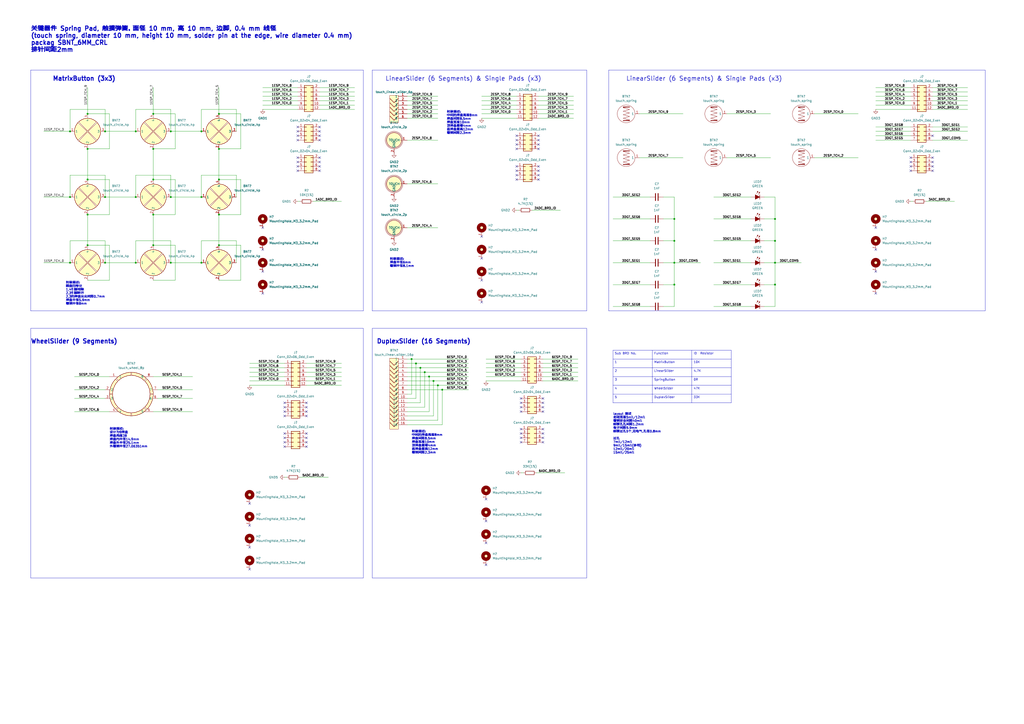
<source format=kicad_sch>
(kicad_sch (version 20250114) (generator "eeschema") (generator_version "9.0")
  (paper "A2")
  (rectangle (start 353.06 40.64) (end 571.5 180.34))
  (rectangle (start 215.9 40.64) (end 340.36 180.34))
  (rectangle (start 17.78 190.5) (end 210.82 335.28))
  (rectangle (start 17.78 40.64) (end 210.82 180.34))
  (rectangle (start 215.9 190.5) (end 340.36 335.28))
  (text "封装描述:\n设计为9焊盘\n焊盘角度38\n焊盘内半径14.9mm\n焊盘外半径25.1mm\n外覆铜半径27.06351mm" (exclude_from_sim yes) (at 63.5 254 0) (effects (font (size 1.27 1.27) (thickness 0.254) (bold yes)) (justify left)))
  (text "layout 描述\n走线宽度5mil/12mil\n覆铜安全间距40mil\n邮票孔孔间距1.2mm\n板子间距9.9mm\n邮票过孔5个,无电气,孔径0.8mm\n\n过孔 \n7mil/12mil\n9mil/15mil(多用)\n12mil/20mil\n15mil/25mil" (exclude_from_sim yes) (at 355.6 251.46 0) (effects (font (size 1.27 1.27) (thickness 0.254) (bold yes)) (justify left)))
  (text "DuplexSlider (16 Segments) " (exclude_from_sim yes) (at 218.44 198.12 0) (effects (font (size 2.54 2.54) (thickness 0.508) (bold yes)) (justify left)))
  (text "封装描述:\n中间的焊盘高度8mm\n焊盘间距8.5mm\n焊盘宽度10mm\n顶焊盘最矮4mm\n底焊盘最高12mm\n覆铜间距2.3mm" (exclude_from_sim yes) (at 238.76 256.54 0) (effects (font (size 1.27 1.27) (thickness 0.254) (bold yes)) (justify left)))
  (text "封装描述:\n中间的焊盘高度8mm\n焊盘间距8.5mm\n焊盘宽度10mm\n顶焊盘最矮4mm\n底焊盘最高12mm\n覆铜间距2.3mm" (exclude_from_sim yes) (at 259.08 71.12 0) (effects (font (size 1.27 1.27) (thickness 0.254) (bold yes)) (justify left)))
  (text "WheelSlider (9 Segments)" (exclude_from_sim yes) (at 17.78 198.12 0) (effects (font (size 2.54 2.54) (thickness 0.508) (bold yes)) (justify left)))
  (text "封装描述:\n圆盘四等分\n1,4引脚相联\n2,3引脚断开\n2,3的焊盘尖尖间距0.7mm\n焊盘半径5.9mm\n覆铜半径8mm\n" (exclude_from_sim yes) (at 38.1 170.18 0) (effects (font (size 1.27 1.27) (thickness 0.254) (bold yes)) (justify left)))
  (text "关键器件 Spring Pad, 触摸弹簧，面径 10 mm, 高 10 mm, 边脚, 0.4 mm 线径\n(touch spring, diameter 10 mm, height 10 mm, solder pin at the edge, wire diameter 0.4 mm)\npackag SBNT_6MM_CRL\n排针间距2mm" (exclude_from_sim yes) (at 17.78 22.86 0) (effects (font (size 2.54 2.54) (thickness 0.508) (bold yes)) (justify left)))
  (text "LinearSlider (6 Segments) & Single Pads (x3)" (exclude_from_sim yes) (at 363.22 45.72 0) (effects (font (size 2.54 2.54) (thickness 0.254) (bold yes)) (justify left)))
  (text "封装描述:\n焊盘半径6mm\n覆铜半径8.1mm" (exclude_from_sim yes) (at 226.06 152.4 0) (effects (font (size 1.27 1.27) (thickness 0.254) (bold yes)) (justify left)))
  (text "LinearSlider (6 Segments) & Single Pads (x3)" (exclude_from_sim yes) (at 223.52 45.72 0) (effects (font (size 2.54 2.54) (thickness 0.254) (bold yes)) (justify left)))
  (text "MatrixButton (3x3)" (exclude_from_sim yes) (at 30.48 45.72 0) (effects (font (size 2.54 2.54) (thickness 0.508) (bold yes)) (justify left)))
  (junction (at 251.46 220.98))
  (junction (at 88.9 124.46))
  (junction (at 116.84 114.3))
  (junction (at 243.84 213.36))
  (junction (at 78.74 152.4))
  (junction (at 449.58 165.1))
  (junction (at 241.3 210.82))
  (junction (at 78.74 114.3))
  (junction (at 60.96 152.4))
  (junction (at 254 223.52))
  (junction (at 116.84 76.2))
  (junction (at 116.84 152.4))
  (junction (at 40.64 152.4))
  (junction (at 88.9 86.36))
  (junction (at 127 66.04))
  (junction (at 50.8 124.46))
  (junction (at 449.58 139.7))
  (junction (at 88.9 66.04))
  (junction (at 78.74 76.2))
  (junction (at 248.92 218.44))
  (junction (at 60.96 114.3))
  (junction (at 391.16 165.1))
  (junction (at 50.8 66.04))
  (junction (at 127 104.14))
  (junction (at 50.8 104.14))
  (junction (at 88.9 142.24))
  (junction (at 99.06 76.2))
  (junction (at 391.16 139.7))
  (junction (at 391.16 127))
  (junction (at 246.38 215.9))
  (junction (at 40.64 114.3))
  (junction (at 88.9 104.14))
  (junction (at 127 86.36))
  (junction (at 256.54 226.06))
  (junction (at 99.06 152.4))
  (junction (at 99.06 114.3))
  (junction (at 50.8 86.36))
  (junction (at 60.96 76.2))
  (junction (at 391.16 152.4))
  (junction (at 449.58 152.4))
  (junction (at 238.76 208.28))
  (junction (at 127 124.46))
  (junction (at 40.64 76.2))
  (junction (at 127 142.24))
  (junction (at 449.58 127))
  (junction (at 50.8 142.24))
  (no_connect (at 312.42 99.06))
  (no_connect (at 177.8 256.54))
  (no_connect (at 299.72 99.06))
  (no_connect (at 541.02 91.44))
  (no_connect (at 281.94 327.66))
  (no_connect (at 299.72 81.28))
  (no_connect (at 541.02 99.06))
  (no_connect (at 508 144.78))
  (no_connect (at 314.96 248.92))
  (no_connect (at 299.72 104.14))
  (no_connect (at 541.02 96.52))
  (no_connect (at 185.42 99.06))
  (no_connect (at 279.4 162.56))
  (no_connect (at 172.72 81.28))
  (no_connect (at 152.4 144.78))
  (no_connect (at 312.42 96.52))
  (no_connect (at 172.72 76.2))
  (no_connect (at 299.72 101.6))
  (no_connect (at 302.26 254))
  (no_connect (at 314.96 233.68))
  (no_connect (at 185.42 78.74))
  (no_connect (at 185.42 91.44))
  (no_connect (at 279.4 137.16))
  (no_connect (at 508 132.08))
  (no_connect (at 541.02 78.74))
  (no_connect (at 528.32 93.98))
  (no_connect (at 299.72 83.82))
  (no_connect (at 172.72 99.06))
  (no_connect (at 312.42 101.6))
  (no_connect (at 302.26 233.68))
  (no_connect (at 165.1 254))
  (no_connect (at 165.1 256.54))
  (no_connect (at 279.4 149.86))
  (no_connect (at 528.32 96.52))
  (no_connect (at 312.42 104.14))
  (no_connect (at 177.8 236.22))
  (no_connect (at 165.1 236.22))
  (no_connect (at 508 170.18))
  (no_connect (at 528.32 91.44))
  (no_connect (at 299.72 96.52))
  (no_connect (at 281.94 289.56))
  (no_connect (at 541.02 93.98))
  (no_connect (at 528.32 99.06))
  (no_connect (at 185.42 81.28))
  (no_connect (at 312.42 81.28))
  (no_connect (at 299.72 78.74))
  (no_connect (at 302.26 236.22))
  (no_connect (at 144.78 292.1))
  (no_connect (at 302.26 251.46))
  (no_connect (at 281.94 302.26))
  (no_connect (at 165.1 238.76))
  (no_connect (at 165.1 241.3))
  (no_connect (at 185.42 76.2))
  (no_connect (at 152.4 157.48))
  (no_connect (at 177.8 241.3))
  (no_connect (at 172.72 93.98))
  (no_connect (at 302.26 231.14))
  (no_connect (at 172.72 91.44))
  (no_connect (at 312.42 78.74))
  (no_connect (at 165.1 233.68))
  (no_connect (at 144.78 317.5))
  (no_connect (at 314.96 251.46))
  (no_connect (at 299.72 86.36))
  (no_connect (at 177.8 259.08))
  (no_connect (at 314.96 256.54))
  (no_connect (at 314.96 254))
  (no_connect (at 185.42 73.66))
  (no_connect (at 152.4 170.18))
  (no_connect (at 144.78 330.2))
  (no_connect (at 177.8 251.46))
  (no_connect (at 314.96 236.22))
  (no_connect (at 312.42 86.36))
  (no_connect (at 302.26 238.76))
  (no_connect (at 177.8 238.76))
  (no_connect (at 312.42 83.82))
  (no_connect (at 177.8 233.68))
  (no_connect (at 172.72 78.74))
  (no_connect (at 185.42 96.52))
  (no_connect (at 279.4 175.26))
  (no_connect (at 302.26 256.54))
  (no_connect (at 172.72 73.66))
  (no_connect (at 177.8 254))
  (no_connect (at 165.1 259.08))
  (no_connect (at 314.96 238.76))
  (no_connect (at 152.4 132.08))
  (no_connect (at 281.94 314.96))
  (no_connect (at 185.42 93.98))
  (no_connect (at 144.78 304.8))
  (no_connect (at 172.72 96.52))
  (no_connect (at 314.96 231.14))
  (no_connect (at 165.1 251.46))
  (no_connect (at 508 157.48))
  (no_connect (at 302.26 248.92))
  (wire (pts (xy 63.5 142.24) (xy 63.5 162.56)))
  (wire (pts (xy 99.06 152.4) (xy 116.84 152.4)))
  (wire (pts (xy 281.94 208.28) (xy 302.26 208.28)))
  (wire (pts (xy 127 50.8) (xy 127 66.04)))
  (wire (pts (xy 101.6 162.56) (xy 88.9 162.56)))
  (wire (pts (xy 241.3 210.82) (xy 271.78 210.82)))
  (wire (pts (xy 311.15 274.32) (xy 327.66 274.32)))
  (wire (pts (xy 236.22 236.22) (xy 246.38 236.22)))
  (wire (pts (xy 541.02 58.42) (xy 561.34 58.42)))
  (wire (pts (xy 236.22 228.6) (xy 238.76 228.6)))
  (wire (pts (xy 60.96 139.7) (xy 60.96 152.4)))
  (wire (pts (xy 236.22 220.98) (xy 251.46 220.98)))
  (wire (pts (xy 236.22 213.36) (xy 243.84 213.36)))
  (wire (pts (xy 177.8 220.98) (xy 198.12 220.98)))
  (wire (pts (xy 279.4 66.04) (xy 299.72 66.04)))
  (wire (pts (xy 236.22 215.9) (xy 246.38 215.9)))
  (wire (pts (xy 43.18 226.06) (xy 60.96 226.06)))
  (wire (pts (xy 50.8 142.24) (xy 63.5 142.24)))
  (wire (pts (xy 472.44 91.44) (xy 497.84 91.44)))
  (wire (pts (xy 508 76.2) (xy 528.32 76.2)))
  (wire (pts (xy 63.5 162.56) (xy 50.8 162.56)))
  (wire (pts (xy 78.74 63.5) (xy 99.06 63.5)))
  (wire (pts (xy 101.6 124.46) (xy 88.9 124.46)))
  (wire (pts (xy 414.02 139.7) (xy 435.61 139.7)))
  (wire (pts (xy 25.4 114.3) (xy 40.64 114.3)))
  (wire (pts (xy 314.96 220.98) (xy 335.28 220.98)))
  (wire (pts (xy 50.8 104.14) (xy 63.5 104.14)))
  (wire (pts (xy 312.42 66.04) (xy 332.74 66.04)))
  (wire (pts (xy 279.4 68.58) (xy 299.72 68.58)))
  (wire (pts (xy 152.4 55.88) (xy 172.72 55.88)))
  (wire (pts (xy 254 223.52) (xy 271.78 223.52)))
  (wire (pts (xy 355.6 177.8) (xy 377.19 177.8)))
  (wire (pts (xy 152.4 53.34) (xy 172.72 53.34)))
  (wire (pts (xy 421.64 91.44) (xy 447.04 91.44)))
  (wire (pts (xy 139.7 124.46) (xy 127 124.46)))
  (wire (pts (xy 314.96 215.9) (xy 335.28 215.9)))
  (wire (pts (xy 50.8 66.04) (xy 63.5 66.04)))
  (wire (pts (xy 414.02 127) (xy 435.61 127)))
  (wire (pts (xy 116.84 101.6) (xy 137.16 101.6)))
  (wire (pts (xy 40.64 63.5) (xy 60.96 63.5)))
  (wire (pts (xy 99.06 101.6) (xy 99.06 114.3)))
  (wire (pts (xy 152.4 58.42) (xy 172.72 58.42)))
  (wire (pts (xy 144.78 223.52) (xy 165.1 223.52)))
  (wire (pts (xy 508 60.96) (xy 528.32 60.96)))
  (wire (pts (xy 116.84 152.4) (xy 116.84 139.7)))
  (wire (pts (xy 101.6 66.04) (xy 101.6 86.36)))
  (wire (pts (xy 40.64 152.4) (xy 40.64 139.7)))
  (wire (pts (xy 281.94 210.82) (xy 302.26 210.82)))
  (wire (pts (xy 116.84 76.2) (xy 116.84 63.5)))
  (wire (pts (xy 177.8 215.9) (xy 198.12 215.9)))
  (wire (pts (xy 251.46 220.98) (xy 251.46 241.3)))
  (wire (pts (xy 355.6 152.4) (xy 377.19 152.4)))
  (wire (pts (xy 312.42 55.88) (xy 332.74 55.88)))
  (wire (pts (xy 236.22 68.58) (xy 254 68.58)))
  (wire (pts (xy 421.64 66.04) (xy 447.04 66.04)))
  (wire (pts (xy 50.8 124.46) (xy 50.8 142.24)))
  (wire (pts (xy 40.64 76.2) (xy 40.64 63.5)))
  (wire (pts (xy 314.96 208.28) (xy 335.28 208.28)))
  (wire (pts (xy 314.96 213.36) (xy 335.28 213.36)))
  (wire (pts (xy 238.76 208.28) (xy 236.22 208.28)))
  (wire (pts (xy 236.22 81.28) (xy 254 81.28)))
  (wire (pts (xy 139.7 66.04) (xy 139.7 86.36)))
  (wire (pts (xy 236.22 233.68) (xy 243.84 233.68)))
  (wire (pts (xy 116.84 139.7) (xy 137.16 139.7)))
  (wire (pts (xy 88.9 104.14) (xy 101.6 104.14)))
  (wire (pts (xy 88.9 50.8) (xy 88.9 66.04)))
  (wire (pts (xy 63.5 104.14) (xy 63.5 124.46)))
  (wire (pts (xy 144.78 210.82) (xy 165.1 210.82)))
  (wire (pts (xy 241.3 210.82) (xy 241.3 231.14)))
  (wire (pts (xy 508 53.34) (xy 528.32 53.34)))
  (wire (pts (xy 256.54 226.06) (xy 271.78 226.06)))
  (wire (pts (xy 116.84 63.5) (xy 137.16 63.5)))
  (wire (pts (xy 127 86.36) (xy 127 104.14)))
  (wire (pts (xy 236.22 210.82) (xy 241.3 210.82)))
  (wire (pts (xy 248.92 238.76) (xy 236.22 238.76)))
  (wire (pts (xy 246.38 215.9) (xy 271.78 215.9)))
  (wire (pts (xy 449.58 152.4) (xy 464.82 152.4)))
  (wire (pts (xy 152.4 60.96) (xy 172.72 60.96)))
  (wire (pts (xy 236.22 60.96) (xy 254 60.96)))
  (wire (pts (xy 238.76 228.6) (xy 238.76 208.28)))
  (wire (pts (xy 312.42 60.96) (xy 332.74 60.96)))
  (wire (pts (xy 281.94 213.36) (xy 302.26 213.36)))
  (wire (pts (xy 78.74 114.3) (xy 78.74 101.6)))
  (wire (pts (xy 78.74 76.2) (xy 78.74 63.5)))
  (wire (pts (xy 43.18 231.14) (xy 60.96 231.14)))
  (wire (pts (xy 384.81 165.1) (xy 391.16 165.1)))
  (wire (pts (xy 281.94 215.9) (xy 302.26 215.9)))
  (wire (pts (xy 449.58 114.3) (xy 449.58 127)))
  (wire (pts (xy 25.4 152.4) (xy 40.64 152.4)))
  (wire (pts (xy 281.94 220.98) (xy 302.26 220.98)))
  (wire (pts (xy 541.02 73.66) (xy 561.34 73.66)))
  (wire (pts (xy 443.23 165.1) (xy 449.58 165.1)))
  (wire (pts (xy 236.22 63.5) (xy 254 63.5)))
  (wire (pts (xy 40.64 139.7) (xy 60.96 139.7)))
  (wire (pts (xy 236.22 223.52) (xy 254 223.52)))
  (wire (pts (xy 238.76 208.28) (xy 271.78 208.28)))
  (wire (pts (xy 541.02 60.96) (xy 561.34 60.96)))
  (wire (pts (xy 414.02 152.4) (xy 435.61 152.4)))
  (wire (pts (xy 88.9 124.46) (xy 88.9 142.24)))
  (wire (pts (xy 236.22 106.68) (xy 254 106.68)))
  (wire (pts (xy 236.22 66.04) (xy 254 66.04)))
  (wire (pts (xy 43.18 238.76) (xy 63.5 238.76)))
  (wire (pts (xy 127 104.14) (xy 139.7 104.14)))
  (wire (pts (xy 99.06 63.5) (xy 99.06 76.2)))
  (wire (pts (xy 279.4 55.88) (xy 299.72 55.88)))
  (wire (pts (xy 312.42 68.58) (xy 332.74 68.58)))
  (wire (pts (xy 177.8 218.44) (xy 198.12 218.44)))
  (wire (pts (xy 370.84 66.04) (xy 396.24 66.04)))
  (wire (pts (xy 63.5 124.46) (xy 50.8 124.46)))
  (wire (pts (xy 243.84 213.36) (xy 271.78 213.36)))
  (wire (pts (xy 236.22 55.88) (xy 254 55.88)))
  (wire (pts (xy 137.16 63.5) (xy 137.16 76.2)))
  (wire (pts (xy 391.16 139.7) (xy 391.16 152.4)))
  (wire (pts (xy 384.81 139.7) (xy 391.16 139.7)))
  (wire (pts (xy 391.16 114.3) (xy 391.16 127)))
  (wire (pts (xy 101.6 86.36) (xy 88.9 86.36)))
  (wire (pts (xy 508 55.88) (xy 528.32 55.88)))
  (wire (pts (xy 472.44 66.04) (xy 497.84 66.04)))
  (wire (pts (xy 443.23 152.4) (xy 449.58 152.4)))
  (wire (pts (xy 308.61 121.92) (xy 325.12 121.92)))
  (wire (pts (xy 63.5 86.36) (xy 50.8 86.36)))
  (wire (pts (xy 508 73.66) (xy 528.32 73.66)))
  (wire (pts (xy 165.1 276.86) (xy 166.37 276.86)))
  (wire (pts (xy 60.96 76.2) (xy 78.74 76.2)))
  (wire (pts (xy 254 223.52) (xy 254 243.84)))
  (wire (pts (xy 173.99 276.86) (xy 190.5 276.86)))
  (wire (pts (xy 391.16 152.4) (xy 391.16 165.1)))
  (wire (pts (xy 185.42 60.96) (xy 205.74 60.96)))
  (wire (pts (xy 251.46 220.98) (xy 271.78 220.98)))
  (wire (pts (xy 127 66.04) (xy 139.7 66.04)))
  (wire (pts (xy 91.44 231.14) (xy 111.76 231.14)))
  (wire (pts (xy 414.02 114.3) (xy 435.61 114.3)))
  (wire (pts (xy 88.9 142.24) (xy 101.6 142.24)))
  (wire (pts (xy 449.58 165.1) (xy 449.58 177.8)))
  (wire (pts (xy 355.6 114.3) (xy 377.19 114.3)))
  (wire (pts (xy 60.96 63.5) (xy 60.96 76.2)))
  (wire (pts (xy 152.4 50.8) (xy 172.72 50.8)))
  (wire (pts (xy 40.64 114.3) (xy 40.64 101.6)))
  (wire (pts (xy 60.96 152.4) (xy 78.74 152.4)))
  (wire (pts (xy 139.7 104.14) (xy 139.7 124.46)))
  (wire (pts (xy 243.84 213.36) (xy 243.84 233.68)))
  (wire (pts (xy 185.42 50.8) (xy 205.74 50.8)))
  (wire (pts (xy 391.16 152.4) (xy 406.4 152.4)))
  (wire (pts (xy 236.22 218.44) (xy 248.92 218.44)))
  (wire (pts (xy 177.8 223.52) (xy 198.12 223.52)))
  (wire (pts (xy 144.78 220.98) (xy 165.1 220.98)))
  (wire (pts (xy 172.72 116.84) (xy 173.99 116.84)))
  (wire (pts (xy 60.96 101.6) (xy 60.96 114.3)))
  (wire (pts (xy 246.38 215.9) (xy 246.38 236.22)))
  (wire (pts (xy 279.4 63.5) (xy 299.72 63.5)))
  (wire (pts (xy 241.3 231.14) (xy 236.22 231.14)))
  (wire (pts (xy 116.84 114.3) (xy 116.84 101.6)))
  (wire (pts (xy 177.8 213.36) (xy 198.12 213.36)))
  (wire (pts (xy 91.44 226.06) (xy 111.76 226.06)))
  (wire (pts (xy 40.64 101.6) (xy 60.96 101.6)))
  (wire (pts (xy 508 78.74) (xy 528.32 78.74)))
  (wire (pts (xy 541.02 76.2) (xy 561.34 76.2)))
  (wire (pts (xy 541.02 81.28) (xy 561.34 81.28)))
  (wire (pts (xy 50.8 50.8) (xy 50.8 66.04)))
  (wire (pts (xy 449.58 152.4) (xy 449.58 165.1)))
  (wire (pts (xy 370.84 91.44) (xy 396.24 91.44)))
  (wire (pts (xy 355.6 127) (xy 377.19 127)))
  (wire (pts (xy 541.02 53.34) (xy 561.34 53.34)))
  (wire (pts (xy 384.81 152.4) (xy 391.16 152.4)))
  (wire (pts (xy 152.4 63.5) (xy 172.72 63.5)))
  (wire (pts (xy 101.6 104.14) (xy 101.6 124.46)))
  (wire (pts (xy 50.8 86.36) (xy 50.8 104.14)))
  (wire (pts (xy 541.02 50.8) (xy 561.34 50.8)))
  (wire (pts (xy 256.54 226.06) (xy 256.54 246.38)))
  (wire (pts (xy 281.94 218.44) (xy 302.26 218.44)))
  (wire (pts (xy 60.96 114.3) (xy 78.74 114.3)))
  (wire (pts (xy 443.23 114.3) (xy 449.58 114.3)))
  (wire (pts (xy 185.42 63.5) (xy 205.74 63.5)))
  (wire (pts (xy 508 63.5) (xy 528.32 63.5)))
  (wire (pts (xy 384.81 114.3) (xy 391.16 114.3)))
  (wire (pts (xy 449.58 127) (xy 449.58 139.7)))
  (wire (pts (xy 88.9 238.76) (xy 111.76 238.76)))
  (wire (pts (xy 25.4 76.2) (xy 40.64 76.2)))
  (wire (pts (xy 443.23 177.8) (xy 449.58 177.8)))
  (wire (pts (xy 181.61 116.84) (xy 198.12 116.84)))
  (wire (pts (xy 254 243.84) (xy 236.22 243.84)))
  (wire (pts (xy 384.81 177.8) (xy 391.16 177.8)))
  (wire (pts (xy 236.22 226.06) (xy 256.54 226.06)))
  (wire (pts (xy 137.16 139.7) (xy 137.16 152.4)))
  (wire (pts (xy 537.21 116.84) (xy 553.72 116.84)))
  (wire (pts (xy 43.18 218.44) (xy 63.5 218.44)))
  (wire (pts (xy 279.4 60.96) (xy 299.72 60.96)))
  (wire (pts (xy 139.7 86.36) (xy 127 86.36)))
  (wire (pts (xy 236.22 132.08) (xy 254 132.08)))
  (wire (pts (xy 78.74 139.7) (xy 99.06 139.7)))
  (wire (pts (xy 99.06 114.3) (xy 116.84 114.3)))
  (wire (pts (xy 139.7 162.56) (xy 127 162.56)))
  (wire (pts (xy 302.26 274.32) (xy 303.53 274.32)))
  (wire (pts (xy 508 50.8) (xy 528.32 50.8)))
  (wire (pts (xy 127 142.24) (xy 139.7 142.24)))
  (wire (pts (xy 139.7 142.24) (xy 139.7 162.56)))
  (wire (pts (xy 449.58 139.7) (xy 449.58 152.4)))
  (wire (pts (xy 88.9 218.44) (xy 111.76 218.44)))
  (wire (pts (xy 185.42 53.34) (xy 205.74 53.34)))
  (wire (pts (xy 144.78 215.9) (xy 165.1 215.9)))
  (wire (pts (xy 99.06 76.2) (xy 116.84 76.2)))
  (wire (pts (xy 99.06 139.7) (xy 99.06 152.4)))
  (wire (pts (xy 299.72 121.92) (xy 300.99 121.92)))
  (wire (pts (xy 528.32 116.84) (xy 529.59 116.84)))
  (wire (pts (xy 314.96 218.44) (xy 335.28 218.44)))
  (wire (pts (xy 137.16 101.6) (xy 137.16 114.3)))
  (wire (pts (xy 508 58.42) (xy 528.32 58.42)))
  (wire (pts (xy 248.92 218.44) (xy 248.92 238.76)))
  (wire (pts (xy 312.42 63.5) (xy 332.74 63.5)))
  (wire (pts (xy 541.02 55.88) (xy 561.34 55.88)))
  (wire (pts (xy 144.78 218.44) (xy 165.1 218.44)))
  (wire (pts (xy 414.02 165.1) (xy 435.61 165.1)))
  (wire (pts (xy 279.4 58.42) (xy 299.72 58.42)))
  (wire (pts (xy 248.92 218.44) (xy 271.78 218.44)))
  (wire (pts (xy 384.81 127) (xy 391.16 127)))
  (wire (pts (xy 88.9 86.36) (xy 88.9 104.14)))
  (wire (pts (xy 355.6 139.7) (xy 377.19 139.7)))
  (wire (pts (xy 78.74 101.6) (xy 99.06 101.6)))
  (wire (pts (xy 251.46 241.3) (xy 236.22 241.3)))
  (wire (pts (xy 414.02 177.8) (xy 435.61 177.8)))
  (wire (pts (xy 78.74 152.4) (xy 78.74 139.7)))
  (wire (pts (xy 443.23 139.7) (xy 449.58 139.7)))
  (wire (pts (xy 185.42 58.42) (xy 205.74 58.42)))
  (wire (pts (xy 508 81.28) (xy 528.32 81.28)))
  (wire (pts (xy 355.6 165.1) (xy 377.19 165.1)))
  (wire (pts (xy 391.16 165.1) (xy 391.16 177.8)))
  (wire (pts (xy 256.54 246.38) (xy 236.22 246.38)))
  (wire (pts (xy 314.96 210.82) (xy 335.28 210.82)))
  (wire (pts (xy 63.5 66.04) (xy 63.5 86.36)))
  (wire (pts (xy 144.78 213.36) (xy 165.1 213.36)))
  (wire (pts (xy 177.8 210.82) (xy 198.12 210.82)))
  (wire (pts (xy 312.42 58.42) (xy 332.74 58.42)))
  (wire (pts (xy 185.42 55.88) (xy 205.74 55.88)))
  (wire (pts (xy 391.16 127) (xy 391.16 139.7)))
  (wire (pts (xy 443.23 127) (xy 449.58 127)))
  (wire (pts (xy 236.22 58.42) (xy 254 58.42)))
  (wire (pts (xy 127 124.46) (xy 127 142.24)))
  (wire (pts (xy 101.6 142.24) (xy 101.6 162.56)))
  (wire (pts (xy 541.02 63.5) (xy 561.34 63.5)))
  (wire (pts (xy 88.9 66.04) (xy 101.6 66.04)))
  (table (column_count 3) (border (external yes) (header yes)) (separators (rows yes) (cols yes)) (column_widths 22.86 22.86 22.86) (row_heights 5.08 5.08 5.08 5.08 5.08 5.08) (cells (table_cell "Sub BRD No." (at 355.6 203.2 0) (size 22.86 5.08) (margins 0.9525 0.9525 0.9525 0.9525) (span 1 1)) (table_cell "Function" (at 378.46 203.2 0) (size 22.86 5.08) (margins 0.9525 0.9525 0.9525 0.9525) (span 1 1)) (table_cell "ID  Resistor" (at 401.32 203.2 0) (size 22.86 5.08) (margins 0.9525 0.9525 0.9525 0.9525) (span 1 1)) (table_cell "1" (at 355.6 208.28 0) (size 22.86 5.08) (margins 0.9525 0.9525 0.9525 0.9525) (span 1 1)) (table_cell "MatrixButton" (at 378.46 208.28 0) (size 22.86 5.08) (margins 0.9525 0.9525 0.9525 0.9525) (span 1 1)) (table_cell "10K" (at 401.32 208.28 0) (size 22.86 5.08) (margins 0.9525 0.9525 0.9525 0.9525) (span 1 1)) (table_cell "2" (at 355.6 213.36 0) (size 22.86 5.08) (margins 0.9525 0.9525 0.9525 0.9525) (span 1 1)) (table_cell "LinearSlider" (at 378.46 213.36 0) (size 22.86 5.08) (margins 0.9525 0.9525 0.9525 0.9525) (span 1 1)) (table_cell "4.7K" (at 401.32 213.36 0) (size 22.86 5.08) (margins 0.9525 0.9525 0.9525 0.9525) (span 1 1)) (table_cell "3" (at 355.6 218.44 0) (size 22.86 5.08) (margins 0.9525 0.9525 0.9525 0.9525) (span 1 1)) (table_cell "SpringButton" (at 378.46 218.44 0) (size 22.86 5.08) (margins 0.9525 0.9525 0.9525 0.9525) (span 1 1)) (table_cell "0R" (at 401.32 218.44 0) (size 22.86 5.08) (margins 0.9525 0.9525 0.9525 0.9525) (span 1 1)) (table_cell "4" (at 355.6 223.52 0) (size 22.86 5.08) (margins 0.9525 0.9525 0.9525 0.9525) (span 1 1)) (table_cell "WheelSlider" (at 378.46 223.52 0) (size 22.86 5.08) (margins 0.9525 0.9525 0.9525 0.9525) (span 1 1)) (table_cell "47K" (at 401.32 223.52 0) (size 22.86 5.08) (margins 0.9525 0.9525 0.9525 0.9525) (span 1 1)) (table_cell "5" (at 355.6 228.6 0) (size 22.86 5.08) (margins 0.9525 0.9525 0.9525 0.9525) (span 1 1)) (table_cell "DuplexSlider" (at 378.46 228.6 0) (size 22.86 5.08) (margins 0.9525 0.9525 0.9525 0.9525) (span 1 1)) (table_cell "33K" (at 401.32 228.6 0) (size 22.86 5.08) (margins 0.9525 0.9525 0.9525 0.9525) (span 1 1))))
  (label "3DGT_SEG1" (at 360.68 152.4 0) (effects (font (thickness 0.254) (bold yes))))
  (label "1ADC_BRD_ID" (at 182.88 116.84 0) (effects (font (thickness 0.254) (bold yes))))
  (label "6ADC_BRD_ID" (at 312.42 274.32 0) (effects (font (thickness 0.254) (bold yes))))
  (label "2ESP_TCH_6" (at 284.48 58.42 0) (effects (font (thickness 0.254) (bold yes))))
  (label "1ESP_TCH_7" (at 88.9 60.96 90))
  (label "1ESP_TCH_6" (at 157.48 53.34 0) (effects (font (thickness 0.254) (bold yes))))
  (label "2ESP_TCH_9" (at 317.5 55.88 0) (effects (font (thickness 0.254) (bold yes))))
  (label "2ESP_TCH_3" (at 426.72 66.04 0) (effects (font (thickness 0.254) (bold yes))))
  (label "2ADC_BRD_ID" (at 317.5 68.58 0) (effects (font (thickness 0.254) (bold yes))))
  (label "6ESP_TCH_7" (at 320.04 210.82 0) (effects (font (thickness 0.254) (bold yes))))
  (label "2ESP_TCH_4" (at 238.76 132.08 0) (effects (font (thickness 0.254) (bold yes))))
  (label "2ESP_TCH_2" (at 477.52 91.44 0) (effects (font (thickness 0.254) (bold yes))))
  (label "2ESP_TCH_1" (at 317.5 66.04 0) (effects (font (thickness 0.254) (bold yes))))
  (label "5ESP_TCH_1" (at 93.98 218.44 0) (effects (font (thickness 0.254) (bold yes))))
  (label "5ESP_TCH_5" (at 182.88 215.9 0) (effects (font (thickness 0.254) (bold yes))))
  (label "1ESP_TCH_5" (at 190.5 55.88 0) (effects (font (thickness 0.254) (bold yes))))
  (label "6ESP_TCH_0" (at 287.02 218.44 0) (effects (font (thickness 0.254) (bold yes))))
  (label "1ESP_TCH_3" (at 25.4 76.2 0))
  (label "6ESP_TCH_4" (at 259.08 218.44 0) (effects (font (thickness 0.254) (bold yes))))
  (label "3ESP_TCH_1" (at 543.56 60.96 0) (effects (font (thickness 0.254) (bold yes))))
  (label "2ESP_TCH_6" (at 238.76 106.68 0) (effects (font (thickness 0.254) (bold yes))))
  (label "3DGT_COM5" (at 546.1 81.28 0) (effects (font (thickness 0.254) (bold yes))))
  (label "1ESP_TCH_9" (at 50.8 60.96 90))
  (label "1ESP_TCH_8" (at 157.48 50.8 0) (effects (font (thickness 0.254) (bold yes))))
  (label "5ESP_TCH_3" (at 182.88 218.44 0) (effects (font (thickness 0.254) (bold yes))))
  (label "3DGT_SEG6" (at 513.08 78.74 0) (effects (font (thickness 0.254) (bold yes))))
  (label "6ESP_TCH_9" (at 320.04 208.28 0) (effects (font (thickness 0.254) (bold yes))))
  (label "2ESP_TCH_5" (at 426.72 91.44 0) (effects (font (thickness 0.254) (bold yes))))
  (label "2ESP_TCH_0" (at 284.48 66.04 0) (effects (font (thickness 0.254) (bold yes))))
  (label "6ESP_TCH_8" (at 287.02 208.28 0) (effects (font (thickness 0.254) (bold yes))))
  (label "3DGT_SEG5" (at 360.68 139.7 0) (effects (font (thickness 0.254) (bold yes))))
  (label "3DGT_COM5" (at 393.7 152.4 0) (effects (font (thickness 0.254) (bold yes))))
  (label "2ESP_TCH_4" (at 284.48 60.96 0) (effects (font (thickness 0.254) (bold yes))))
  (label "2ESP_TCH_2" (at 238.9364 66.04 0) (effects (font (thickness 0.254) (bold yes))))
  (label "6ESP_TCH_5" (at 320.04 213.36 0) (effects (font (thickness 0.254) (bold yes))))
  (label "3DGT_SEG5" (at 513.08 81.28 0) (effects (font (thickness 0.254) (bold yes))))
  (label "3DGT_SEG8" (at 360.68 177.8 0) (effects (font (thickness 0.254) (bold yes))))
  (label "2ESP_TCH_7" (at 375.92 91.44 0) (effects (font (thickness 0.254) (bold yes))))
  (label "3DGT_SEG7" (at 513.08 76.2 0) (effects (font (thickness 0.254) (bold yes))))
  (label "5ESP_TCH_6" (at 149.86 213.36 0) (effects (font (thickness 0.254) (bold yes))))
  (label "3DGT_SEG2" (at 360.68 114.3 0) (effects (font (thickness 0.254) (bold yes))))
  (label "1ADC_BRD_ID" (at 190.5 63.5 0) (effects (font (thickness 0.254) (bold yes))))
  (label "5ESP_TCH_4" (at 149.86 215.9 0) (effects (font (thickness 0.254) (bold yes))))
  (label "2ESP_TCH_9" (at 375.92 66.04 0) (effects (font (thickness 0.254) (bold yes))))
  (label "3ESP_TCH_2" (at 513.08 58.42 0) (effects (font (thickness 0.254) (bold yes))))
  (label "6ESP_TCH_3" (at 320.04 215.9 0) (effects (font (thickness 0.254) (bold yes))))
  (label "3DGT_SEG1" (at 546.1 73.66 0) (effects (font (thickness 0.254) (bold yes))))
  (label "6ESP_TCH_6" (at 287.02 210.82 0) (effects (font (thickness 0.254) (bold yes))))
  (label "3ESP_TCH_7" (at 543.56 53.34 0) (effects (font (thickness 0.254) (bold yes))))
  (label "3DGT_SEG6" (at 360.68 127 0) (effects (font (thickness 0.254) (bold yes))))
  (label "3DGT_SEG1" (at 419.1 152.4 0) (effects (font (thickness 0.254) (bold yes))))
  (label "1ESP_TCH_5" (at 127 60.96 90))
  (label "2ESP_TCH_0" (at 238.9364 68.58 0) (effects (font (thickness 0.254) (bold yes))))
  (label "6ESP_TCH_7" (at 259.08 220.98 0) (effects (font (thickness 0.254) (bold yes))))
  (label "5ESP_TCH_8" (at 149.86 210.82 0) (effects (font (thickness 0.254) (bold yes))))
  (label "3DGT_SEG2" (at 419.1 114.3 0) (effects (font (thickness 0.254) (bold yes))))
  (label "3ADC_BRD_ID" (at 538.48 116.84 0) (effects (font (thickness 0.254) (bold yes))))
  (label "1ESP_TCH_0" (at 25.4 152.4 0))
  (label "2ESP_TCH_0" (at 477.52 66.04 0) (effects (font (thickness 0.254) (bold yes))))
  (label "6ESP_TCH_4" (at 287.02 213.36 0) (effects (font (thickness 0.254) (bold yes))))
  (label "2ESP_TCH_8" (at 284.48 55.88 0) (effects (font (thickness 0.254) (bold yes))))
  (label "5ESP_TCH_2" (at 149.86 218.44 0) (effects (font (thickness 0.254) (bold yes))))
  (label "2ESP_TCH_3" (at 238.9364 63.5 0) (effects (font (thickness 0.254) (bold yes))))
  (label "1ESP_TCH_7" (at 190.5 53.34 0) (effects (font (thickness 0.254) (bold yes))))
  (label "2ESP_TCH_7" (at 238.9364 58.42 0) (effects (font (thickness 0.254) (bold yes))))
  (label "1ESP_TCH_9" (at 190.5 50.8 0) (effects (font (thickness 0.254) (bold yes))))
  (label "5ADC_BRD_ID" (at 175.26 276.86 0) (effects (font (thickness 0.254) (bold yes))))
  (label "2ESP_TCH_3" (at 317.5 63.5 0) (effects (font (thickness 0.254) (bold yes))))
  (label "5ESP_TCH_4" (at 45.72 231.14 0) (effects (font (thickness 0.254) (bold yes))))
  (label "3ESP_TCH_3" (at 543.56 58.42 0) (effects (font (thickness 0.254) (bold yes))))
  (label "1ESP_TCH_2" (at 157.48 58.42 0) (effects (font (thickness 0.254) (bold yes))))
  (label "3ESP_TCH_0" (at 513.08 60.96 0) (effects (font (thickness 0.254) (bold yes))))
  (label "3ESP_TCH_5" (at 543.56 55.88 0) (effects (font (thickness 0.254) (bold yes))))
  (label "6ESP_TCH_2" (at 259.08 213.36 0) (effects (font (thickness 0.254) (bold yes))))
  (label "6ESP_TCH_5" (at 259.08 215.9 0) (effects (font (thickness 0.254) (bold yes))))
  (label "1ESP_TCH_3" (at 190.5 58.42 0) (effects (font (thickness 0.254) (bold yes))))
  (label "5ADC_BRD_ID" (at 182.1695 223.52 0) (effects (font (thickness 0.254) (bold yes))))
  (label "1ESP_TCH_2" (at 25.4 114.3 0))
  (label "3DGT_SEG7" (at 360.68 165.1 0) (effects (font (thickness 0.254) (bold yes))))
  (label "5ESP_TCH_9" (at 182.88 210.82 0) (effects (font (thickness 0.254) (bold yes))))
  (label "3ADC_BRD_ID" (at 543.56 63.5 0) (effects (font (thickness 0.254) (bold yes))))
  (label "2ESP_TCH_5" (at 238.9364 60.96 0) (effects (font (thickness 0.254) (bold yes))))
  (label "2ESP_TCH_5" (at 317.5 60.96 0) (effects (font (thickness 0.254) (bold yes))))
  (label "3DGT_SEG6" (at 419.1 127 0) (effects (font (thickness 0.254) (bold yes))))
  (label "5ESP_TCH_5" (at 93.98 226.06 0) (effects (font (thickness 0.254) (bold yes))))
  (label "5ESP_TCH_7" (at 93.98 231.14 0) (effects (font (thickness 0.254) (bold yes))))
  (label "5ESP_TCH_7" (at 182.88 213.36 0) (effects (font (thickness 0.254) (bold yes))))
  (label "5ESP_TCH_6" (at 45.72 238.76 0) (effects (font (thickness 0.254) (bold yes))))
  (label "5ESP_TCH_0" (at 45.72 218.44 0) (effects (font (thickness 0.254) (bold yes))))
  (label "1ESP_TCH_0" (at 157.48 60.96 0) (effects (font (thickness 0.254) (bold yes))))
  (label "3ESP_TCH_9" (at 543.56 50.8 0) (effects (font (thickness 0.254) (bold yes))))
  (label "2ESP_TCH_7" (at 317.5 58.42 0) (effects (font (thickness 0.254) (bold yes))))
  (label "6ESP_TCH_3" (at 259.08 210.82 0) (effects (font (thickness 0.254) (bold yes))))
  (label "3ESP_TCH_8" (at 513.08 50.8 0) (effects (font (thickness 0.254) (bold yes))))
  (label "1ESP_TCH_1" (at 190.5 60.96 0) (effects (font (thickness 0.254) (bold yes))))
  (label "3DGT_SEG8" (at 513.08 73.66 0) (effects (font (thickness 0.254) (bold yes))))
  (label "5ESP_TCH_1" (at 182.88 220.98 0) (effects (font (thickness 0.254) (bold yes))))
  (label "2ESP_TCH_8" (at 238.76 81.28 0) (effects (font (thickness 0.254) (bold yes))))
  (label "6ESP_TCH_2" (at 287.02 215.9 0) (effects (font (thickness 0.254) (bold yes))))
  (label "3DGT_SEG2" (at 546.1 76.2 0) (effects (font (thickness 0.254) (bold yes))))
  (label "5ESP_TCH_9" (at 93.98 238.76 0) (effects (font (thickness 0.254) (bold yes))))
  (label "2ESP_TCH_9" (at 238.9364 55.88 0) (effects (font (thickness 0.254) (bold yes))))
  (label "5ESP_TCH_2" (at 45.72 226.06 0) (effects (font (thickness 0.254) (bold yes))))
  (label "3DGT_SEG7" (at 419.1 165.1 0) (effects (font (thickness 0.254) (bold yes))))
  (label "3ESP_TCH_4" (at 513.08 55.88 0) (effects (font (thickness 0.254) (bold yes))))
  (label "6ESP_TCH_8" (at 259.08 226.06 0) (effects (font (thickness 0.254) (bold yes))))
  (label "6ESP_TCH_9" (at 259.08 223.52 0) (effects (font (thickness 0.254) (bold yes))))
  (label "3DGT_COM5" (at 452.12 152.4 0) (effects (font (thickness 0.254) (bold yes))))
  (label "6ESP_TCH_0" (at 259.08 208.28 0) (effects (font (thickness 0.254) (bold yes))))
  (label "3ESP_TCH_6" (at 513.08 53.34 0) (effects (font (thickness 0.254) (bold yes))))
  (label "5ESP_TCH_0" (at 149.86 220.98 0) (effects (font (thickness 0.254) (bold yes))))
  (label "1ESP_TCH_4" (at 157.48 55.88 0) (effects (font (thickness 0.254) (bold yes))))
  (label "3DGT_SEG8" (at 419.1 177.8 0) (effects (font (thickness 0.254) (bold yes))))
  (label "2ESP_TCH_2" (at 284.48 63.5 0) (effects (font (thickness 0.254) (bold yes))))
  (label "6ESP_TCH_1" (at 320.04 218.44 0) (effects (font (thickness 0.254) (bold yes))))
  (label "2ADC_BRD_ID" (at 309.88 121.92 0) (effects (font (thickness 0.254) (bold yes))))
  (label "3DGT_SEG5" (at 419.1 139.7 0) (effects (font (thickness 0.254) (bold yes))))
  (label "6ADC_BRD_ID" (at 320.04 220.98 0) (effects (font (thickness 0.254) (bold yes))))
  (symbol (lib_id "Library:touch_spring") (at 464.82 66.04 0) (unit 1)
    (property "Reference" "BTN?" (at 464.82 55.88 0))
    (property "Value" "touch_spring" (at 464.82 58.42 0))
  )
  (symbol (lib_id "Connector_Generic:Conn_02x04_Odd_Even") (at 304.8 99.06 0) (unit 1)
    (property "Reference" "J?" (at 306.07 90.17 0))
    (property "Value" "Conn_02x04_Odd_Even" (at 306.07 92.71 0))
    (property "Description" "Generic connector, double row, 02x04, odd/even pin numbering scheme (row 1 odd numbers, row 2 even numbers), script generated (kicad-library-utils/schlib/autogen/connector/)" (effects (hide yes)))
  )
  (symbol (lib_id "PCM_SL_Mechanical:MountingHole_M3_3.2mm_Pad") (at 281.94 322.58 0) (unit 1)
    (property "Reference" "H?" (at 285.75 321.3099 0) (effects (justify left)))
    (property "Value" "MountingHole_M3_3.2mm_Pad" (at 285.75 323.8499 0) (effects (justify left)))
    (property "Footprint" "PCM_SL_Mechanical:MountingHole_3.2mm_Pad" (effects (hide yes)))
    (property "Description" "3.2mm Diameter Mounting Hole Pad (M3)" (effects (hide yes)))
  )
  (symbol (lib_id "PCM_SL_Mechanical:MountingHole_M3_3.2mm_Pad") (at 281.94 297.18 0) (unit 1)
    (property "Reference" "H?" (at 285.75 295.9099 0) (effects (justify left)))
    (property "Value" "MountingHole_M3_3.2mm_Pad" (at 285.75 298.4499 0) (effects (justify left)))
    (property "Footprint" "PCM_SL_Mechanical:MountingHole_3.2mm_Pad" (effects (hide yes)))
    (property "Description" "3.2mm Diameter Mounting Hole Pad (M3)" (effects (hide yes)))
  )
  (symbol (lib_id "Connector_Generic:Conn_02x06_Odd_Even") (at 533.4 55.88 0) (unit 1)
    (property "Reference" "J?" (at 534.67 44.45 0))
    (property "Value" "Conn_02x06_Odd_Even" (at 534.67 46.99 0))
    (property "Description" "Generic connector, double row, 02x06, odd/even pin numbering scheme (row 1 odd numbers, row 2 even numbers), script generated (kicad-library-utils/schlib/autogen/connector/)" (effects (hide yes)))
  )
  (symbol (lib_id "PCM_LED_AKL:LED_1206") (at 439.42 114.3 0) (unit 1)
    (property "Reference" "LED?" (at 439.42 105.41 0))
    (property "Value" "GREEN" (at 439.42 107.95 0))
    (property "Footprint" "PCM_LED_SMD_AKL:LED_1206_3216Metric" (effects (hide yes)))
    (property "Description" "SMD LED, 1206, Alternate KiCad Library" (effects (hide yes)))
  )
  (symbol (lib_id "PCM_SL_Mechanical:MountingHole_M3_3.2mm_Pad") (at 281.94 284.48 0) (unit 1)
    (property "Reference" "H?" (at 285.75 283.2099 0) (effects (justify left)))
    (property "Value" "MountingHole_M3_3.2mm_Pad" (at 285.75 285.7499 0) (effects (justify left)))
    (property "Footprint" "PCM_SL_Mechanical:MountingHole_3.2mm_Pad" (effects (hide yes)))
    (property "Description" "3.2mm Diameter Mounting Hole Pad (M3)" (effects (hide yes)))
  )
  (symbol (lib_id "Library:touch_circle_2p") (at 228.6 81.28 270) (unit 1)
    (property "Reference" "BTN?" (at 228.6 71.12 90))
    (property "Value" "touch_circle_2p" (at 228.6 73.66 90))
  )
  (symbol (lib_id "PCM_SL_Mechanical:MountingHole_M3_3.2mm_Pad") (at 281.94 309.88 0) (unit 1)
    (property "Reference" "H?" (at 285.75 308.6099 0) (effects (justify left)))
    (property "Value" "MountingHole_M3_3.2mm_Pad" (at 285.75 311.1499 0) (effects (justify left)))
    (property "Footprint" "PCM_SL_Mechanical:MountingHole_3.2mm_Pad" (effects (hide yes)))
    (property "Description" "3.2mm Diameter Mounting Hole Pad (M3)" (effects (hide yes)))
  )
  (symbol (lib_id "Library:touch_spring") (at 414.02 66.04 0) (unit 1)
    (property "Reference" "BTN?" (at 414.02 55.88 0))
    (property "Value" "touch_spring" (at 414.02 58.42 0))
  )
  (symbol (lib_id "Library:touch_spring") (at 363.22 91.44 0) (unit 1)
    (property "Reference" "BTN?" (at 363.22 81.28 0))
    (property "Value" "touch_spring" (at 363.22 83.82 0))
  )
  (symbol (lib_id "power:GND") (at 228.6 114.3 0) (unit 1)
    (property "Reference" "#PWR?" (effects (hide yes)))
    (property "Value" "GND2" (at 228.6 119.38 0))
    (property "Description" "Power symbol creates a global label with name \"GND\" , ground" (effects (hide yes)))
  )
  (symbol (lib_id "PCM_SL_Mechanical:MountingHole_M3_3.2mm_Pad") (at 152.4 152.4 0) (unit 1)
    (property "Reference" "H?" (at 156.21 151.1299 0) (effects (justify left)))
    (property "Value" "MountingHole_M3_3.2mm_Pad" (at 156.21 153.6699 0) (effects (justify left)))
    (property "Footprint" "PCM_SL_Mechanical:MountingHole_3.2mm_Pad" (effects (hide yes)))
    (property "Description" "3.2mm Diameter Mounting Hole Pad (M3)" (effects (hide yes)))
  )
  (symbol (lib_id "PCM_Resistor_AKL:R_1206") (at 177.8 116.84 90) (unit 1)
    (property "Reference" "R?" (at 177.8 110.49 90))
    (property "Value" "10K(1%)" (at 177.8 113.03 90))
    (property "Footprint" "PCM_Resistor_SMD_AKL:R_1206_3216Metric" (effects (hide yes)))
    (property "Description" "SMD 1206 Chip Resistor, European Symbol, Alternate KiCad Library" (effects (hide yes)))
  )
  (symbol (lib_id "PCM_LED_AKL:LED_1206") (at 439.42 139.7 0) (unit 1)
    (property "Reference" "LED?" (at 439.42 130.81 0))
    (property "Value" "GREEN" (at 439.42 133.35 0))
    (property "Footprint" "PCM_LED_SMD_AKL:LED_1206_3216Metric" (effects (hide yes)))
    (property "Description" "SMD LED, 1206, Alternate KiCad Library" (effects (hide yes)))
  )
  (symbol (lib_id "PCM_SL_Mechanical:MountingHole_M3_3.2mm_Pad") (at 279.4 144.78 0) (unit 1)
    (property "Reference" "H?" (at 283.21 143.5099 0) (effects (justify left)))
    (property "Value" "MountingHole_M3_3.2mm_Pad" (at 283.21 146.0499 0) (effects (justify left)))
    (property "Footprint" "PCM_SL_Mechanical:MountingHole_3.2mm_Pad" (effects (hide yes)))
    (property "Description" "3.2mm Diameter Mounting Hole Pad (M3)" (effects (hide yes)))
  )
  (symbol (lib_id "Connector_Generic:Conn_02x04_Odd_Even") (at 170.18 254 0) (unit 1)
    (property "Reference" "J?" (at 171.45 245.11 0))
    (property "Value" "Conn_02x04_Odd_Even" (at 171.45 247.65 0))
    (property "Description" "Generic connector, double row, 02x04, odd/even pin numbering scheme (row 1 odd numbers, row 2 even numbers), script generated (kicad-library-utils/schlib/autogen/connector/)" (effects (hide yes)))
  )
  (symbol (lib_id "power:GND") (at 172.72 116.84 270) (unit 1)
    (property "Reference" "#PWR?" (effects (hide yes)))
    (property "Value" "GND1" (at 168.91 116.8399 90) (effects (justify right)))
    (property "Description" "Power symbol creates a global label with name \"GND\" , ground" (effects (hide yes)))
  )
  (symbol (lib_id "PCM_Capacitor_AKL:C_1206") (at 381 152.4 90) (unit 1)
    (property "Reference" "C?" (at 381 144.78 90))
    (property "Value" "1nF" (at 381 147.32 90))
    (property "Footprint" "PCM_Capacitor_SMD_AKL:C_1206_3216Metric" (effects (hide yes)))
    (property "Description" "SMD 1206 MLCC capacitor, Alternate KiCad Library" (effects (hide yes)))
  )
  (symbol (lib_id "PCM_SL_Mechanical:MountingHole_M3_3.2mm_Pad") (at 279.4 132.08 0) (unit 1)
    (property "Reference" "H?" (at 283.21 130.8099 0) (effects (justify left)))
    (property "Value" "MountingHole_M3_3.2mm_Pad" (at 283.21 133.3499 0) (effects (justify left)))
    (property "Footprint" "PCM_SL_Mechanical:MountingHole_3.2mm_Pad" (effects (hide yes)))
    (property "Description" "3.2mm Diameter Mounting Hole Pad (M3)" (effects (hide yes)))
  )
  (symbol (lib_id "power:GND") (at 528.32 116.84 270) (unit 1)
    (property "Reference" "#PWR?" (effects (hide yes)))
    (property "Value" "GND3" (at 524.51 116.8399 90) (effects (justify right)))
    (property "Description" "Power symbol creates a global label with name \"GND\" , ground" (effects (hide yes)))
  )
  (symbol (lib_id "Connector_Generic:Conn_02x04_Odd_Even") (at 177.8 76.2 0) (unit 1)
    (property "Reference" "J?" (at 179.07 67.31 0))
    (property "Value" "Conn_02x04_Odd_Even" (at 179.07 69.85 0))
    (property "Description" "Generic connector, double row, 02x04, odd/even pin numbering scheme (row 1 odd numbers, row 2 even numbers), script generated (kicad-library-utils/schlib/autogen/connector/)" (effects (hide yes)))
  )
  (symbol (lib_id "PCM_SL_Mechanical:MountingHole_M3_3.2mm_Pad") (at 152.4 165.1 0) (unit 1)
    (property "Reference" "H?" (at 156.21 163.8299 0) (effects (justify left)))
    (property "Value" "MountingHole_M3_3.2mm_Pad" (at 156.21 166.3699 0) (effects (justify left)))
    (property "Footprint" "PCM_SL_Mechanical:MountingHole_3.2mm_Pad" (effects (hide yes)))
    (property "Description" "3.2mm Diameter Mounting Hole Pad (M3)" (effects (hide yes)))
  )
  (symbol (lib_id "PCM_Resistor_AKL:R_1206") (at 304.8 121.92 90) (unit 1)
    (property "Reference" "R?" (at 304.8 115.57 90))
    (property "Value" "4.7K(1%)" (at 304.8 118.11 90))
    (property "Footprint" "PCM_Resistor_SMD_AKL:R_1206_3216Metric" (effects (hide yes)))
    (property "Description" "SMD 1206 Chip Resistor, European Symbol, Alternate KiCad Library" (effects (hide yes)))
  )
  (symbol (lib_id "Library:touch_wheel_8p") (at 76.2 228.6 0) (unit 1)
    (property "Reference" "BTN?" (at 76.2 210.82 0))
    (property "Value" "touch_wheel_8p" (at 76.2 213.36 0))
  )
  (symbol (lib_id "Library:touch_circle_4p") (at 50.8 76.2 0) (unit 1)
    (property "Reference" "BNT?" (at 67.31 69.7798 0))
    (property "Value" "touch_circle_4p" (at 67.31 72.3198 0))
    (property "Description" "铜皮 电容 触摸开关" (effects (hide yes)))
  )
  (symbol (lib_id "Library:touch_circle_2p") (at 228.6 132.08 270) (unit 1)
    (property "Reference" "BTN?" (at 228.6 121.92 90))
    (property "Value" "touch_circle_2p" (at 228.6 124.46 90))
  )
  (symbol (lib_id "Library:touch_circle_4p") (at 88.9 76.2 0) (unit 1)
    (property "Reference" "BNT?" (at 105.41 69.7798 0))
    (property "Value" "touch_circle_4p" (at 105.41 72.3198 0))
    (property "Description" "铜皮 电容 触摸开关" (effects (hide yes)))
  )
  (symbol (lib_id "PCM_Resistor_AKL:R_1206") (at 533.4 116.84 90) (unit 1)
    (property "Reference" "R?" (at 533.4 110.49 90))
    (property "Value" "0R(1%)" (at 533.4 113.03 90))
    (property "Footprint" "PCM_Resistor_SMD_AKL:R_1206_3216Metric" (effects (hide yes)))
    (property "Description" "SMD 1206 Chip Resistor, European Symbol, Alternate KiCad Library" (effects (hide yes)))
  )
  (symbol (lib_id "PCM_Capacitor_AKL:C_1206") (at 381 127 90) (unit 1)
    (property "Reference" "C?" (at 381 119.38 90))
    (property "Value" "1nF" (at 381 121.92 90))
    (property "Footprint" "PCM_Capacitor_SMD_AKL:C_1206_3216Metric" (effects (hide yes)))
    (property "Description" "SMD 1206 MLCC capacitor, Alternate KiCad Library" (effects (hide yes)))
  )
  (symbol (lib_id "power:GND") (at 152.4 63.5 0) (unit 1)
    (property "Reference" "#PWR?" (effects (hide yes)))
    (property "Value" "GND1" (at 152.4 68.58 0))
    (property "Description" "Power symbol creates a global label with name \"GND\" , ground" (effects (hide yes)))
  )
  (symbol (lib_id "power:GND") (at 299.72 121.92 270) (unit 1)
    (property "Reference" "#PWR?" (effects (hide yes)))
    (property "Value" "GND2" (at 295.91 121.9199 90) (effects (justify right)))
    (property "Description" "Power symbol creates a global label with name \"GND\" , ground" (effects (hide yes)))
  )
  (symbol (lib_id "power:GND") (at 165.1 276.86 270) (unit 1)
    (property "Reference" "#PWR?" (effects (hide yes)))
    (property "Value" "GND5" (at 161.29 276.8599 90) (effects (justify right)))
    (property "Description" "Power symbol creates a global label with name \"GND\" , ground" (effects (hide yes)))
  )
  (symbol (lib_id "power:GND") (at 228.6 88.9 0) (unit 1)
    (property "Reference" "#PWR?" (effects (hide yes)))
    (property "Value" "GND2" (at 228.6 93.98 0))
    (property "Description" "Power symbol creates a global label with name \"GND\" , ground" (effects (hide yes)))
  )
  (symbol (lib_id "power:GND") (at 508 63.5 0) (unit 1)
    (property "Reference" "#PWR?" (effects (hide yes)))
    (property "Value" "GND3" (at 508 68.58 0))
    (property "Description" "Power symbol creates a global label with name \"GND\" , ground" (effects (hide yes)))
  )
  (symbol (lib_id "PCM_LED_AKL:LED_1206") (at 439.42 177.8 0) (unit 1)
    (property "Reference" "LED?" (at 439.42 168.91 0))
    (property "Value" "GREEN" (at 439.42 171.45 0))
    (property "Footprint" "PCM_LED_SMD_AKL:LED_1206_3216Metric" (effects (hide yes)))
    (property "Description" "SMD LED, 1206, Alternate KiCad Library" (effects (hide yes)))
  )
  (symbol (lib_id "PCM_Resistor_AKL:R_1206") (at 170.18 276.86 90) (unit 1)
    (property "Reference" "R?" (at 170.18 270.51 90))
    (property "Value" "47K(1%)" (at 170.18 273.05 90))
    (property "Footprint" "PCM_Resistor_SMD_AKL:R_1206_3216Metric" (effects (hide yes)))
    (property "Description" "SMD 1206 Chip Resistor, European Symbol, Alternate KiCad Library" (effects (hide yes)))
  )
  (symbol (lib_id "Library:touch_circle_4p") (at 127 76.2 0) (unit 1)
    (property "Reference" "BNT?" (at 143.51 69.7798 0))
    (property "Value" "touch_circle_4p" (at 143.51 72.3198 0))
    (property "Description" "铜皮 电容 触摸开关" (effects (hide yes)))
  )
  (symbol (lib_id "PCM_SL_Mechanical:MountingHole_M3_3.2mm_Pad") (at 279.4 170.18 0) (unit 1)
    (property "Reference" "H?" (at 283.21 168.9099 0) (effects (justify left)))
    (property "Value" "MountingHole_M3_3.2mm_Pad" (at 283.21 171.4499 0) (effects (justify left)))
    (property "Footprint" "PCM_SL_Mechanical:MountingHole_3.2mm_Pad" (effects (hide yes)))
    (property "Description" "3.2mm Diameter Mounting Hole Pad (M3)" (effects (hide yes)))
  )
  (symbol (lib_id "PCM_SL_Mechanical:MountingHole_M3_3.2mm_Pad") (at 508 165.1 0) (unit 1)
    (property "Reference" "H?" (at 511.81 163.8299 0) (effects (justify left)))
    (property "Value" "MountingHole_M3_3.2mm_Pad" (at 511.81 166.3699 0) (effects (justify left)))
    (property "Footprint" "PCM_SL_Mechanical:MountingHole_3.2mm_Pad" (effects (hide yes)))
    (property "Description" "3.2mm Diameter Mounting Hole Pad (M3)" (effects (hide yes)))
  )
  (symbol (lib_id "PCM_SL_Mechanical:MountingHole_M3_3.2mm_Pad") (at 152.4 127 0) (unit 1)
    (property "Reference" "H?" (at 156.21 125.7299 0) (effects (justify left)))
    (property "Value" "MountingHole_M3_3.2mm_Pad" (at 156.21 128.2699 0) (effects (justify left)))
    (property "Footprint" "PCM_SL_Mechanical:MountingHole_3.2mm_Pad" (effects (hide yes)))
    (property "Description" "3.2mm Diameter Mounting Hole Pad (M3)" (effects (hide yes)))
  )
  (symbol (lib_id "Library:touch_spring") (at 464.82 91.44 0) (unit 1)
    (property "Reference" "BTN?" (at 464.82 81.28 0))
    (property "Value" "touch_spring" (at 464.82 83.82 0))
  )
  (symbol (lib_id "Connector_Generic:Conn_02x04_Odd_Even") (at 533.4 76.2 0) (unit 1)
    (property "Reference" "J?" (at 534.67 67.31 0))
    (property "Value" "Conn_02x04_Odd_Even" (at 534.67 69.85 0))
    (property "Description" "Generic connector, double row, 02x04, odd/even pin numbering scheme (row 1 odd numbers, row 2 even numbers), script generated (kicad-library-utils/schlib/autogen/connector/)" (effects (hide yes)))
  )
  (symbol (lib_id "Library:touch_spring") (at 414.02 91.44 0) (unit 1)
    (property "Reference" "BTN?" (at 414.02 81.28 0))
    (property "Value" "touch_spring" (at 414.02 83.82 0))
  )
  (symbol (lib_id "Library:touch_spring") (at 363.22 66.04 0) (unit 1)
    (property "Reference" "BTN?" (at 363.22 55.88 0))
    (property "Value" "touch_spring" (at 363.22 58.42 0))
  )
  (symbol (lib_id "Library:touch_circle_2p") (at 228.6 106.68 270) (unit 1)
    (property "Reference" "BTN?" (at 228.6 96.52 90))
    (property "Value" "touch_circle_2p" (at 228.6 99.06 90))
  )
  (symbol (lib_id "Library:touch_circle_4p") (at 50.8 152.4 0) (unit 1)
    (property "Reference" "BNT?" (at 67.31 145.9798 0))
    (property "Value" "touch_circle_4p" (at 67.31 148.5198 0))
    (property "Description" "铜皮 电容 触摸开关" (effects (hide yes)))
  )
  (symbol (lib_id "PCM_Capacitor_AKL:C_1206") (at 381 114.3 90) (unit 1)
    (property "Reference" "C?" (at 381 106.68 90))
    (property "Value" "1nF" (at 381 109.22 90))
    (property "Footprint" "PCM_Capacitor_SMD_AKL:C_1206_3216Metric" (effects (hide yes)))
    (property "Description" "SMD 1206 MLCC capacitor, Alternate KiCad Library" (effects (hide yes)))
  )
  (symbol (lib_id "PCM_SL_Mechanical:MountingHole_M3_3.2mm_Pad") (at 144.78 312.42 0) (unit 1)
    (property "Reference" "H?" (at 148.59 311.1499 0) (effects (justify left)))
    (property "Value" "MountingHole_M3_3.2mm_Pad" (at 148.59 313.6899 0) (effects (justify left)))
    (property "Footprint" "PCM_SL_Mechanical:MountingHole_3.2mm_Pad" (effects (hide yes)))
    (property "Description" "3.2mm Diameter Mounting Hole Pad (M3)" (effects (hide yes)))
  )
  (symbol (lib_id "Connector_Generic:Conn_02x06_Odd_Even") (at 307.34 213.36 0) (unit 1)
    (property "Reference" "J?" (at 308.61 201.93 0))
    (property "Value" "Conn_02x06_Odd_Even" (at 308.61 204.47 0))
    (property "Description" "Generic connector, double row, 02x06, odd/even pin numbering scheme (row 1 odd numbers, row 2 even numbers), script generated (kicad-library-utils/schlib/autogen/connector/)" (effects (hide yes)))
  )
  (symbol (lib_id "PCM_Capacitor_AKL:C_1206") (at 381 177.8 90) (unit 1)
    (property "Reference" "C?" (at 381 170.18 90))
    (property "Value" "1nF" (at 381 172.72 90))
    (property "Footprint" "PCM_Capacitor_SMD_AKL:C_1206_3216Metric" (effects (hide yes)))
    (property "Description" "SMD 1206 MLCC capacitor, Alternate KiCad Library" (effects (hide yes)))
  )
  (symbol (lib_id "Library:touch_circle_4p") (at 88.9 114.3 0) (unit 1)
    (property "Reference" "BNT?" (at 105.41 107.8798 0))
    (property "Value" "touch_circle_4p" (at 105.41 110.4198 0))
    (property "Description" "铜皮 电容 触摸开关" (effects (hide yes)))
  )
  (symbol (lib_id "Connector_Generic:Conn_02x04_Odd_Even") (at 307.34 233.68 0) (unit 1)
    (property "Reference" "J?" (at 308.61 224.79 0))
    (property "Value" "Conn_02x04_Odd_Even" (at 308.61 227.33 0))
    (property "Description" "Generic connector, double row, 02x04, odd/even pin numbering scheme (row 1 odd numbers, row 2 even numbers), script generated (kicad-library-utils/schlib/autogen/connector/)" (effects (hide yes)))
  )
  (symbol (lib_id "PCM_Capacitor_AKL:C_1206") (at 381 165.1 90) (unit 1)
    (property "Reference" "C?" (at 381 157.48 90))
    (property "Value" "1nF" (at 381 160.02 90))
    (property "Footprint" "PCM_Capacitor_SMD_AKL:C_1206_3216Metric" (effects (hide yes)))
    (property "Description" "SMD 1206 MLCC capacitor, Alternate KiCad Library" (effects (hide yes)))
  )
  (symbol (lib_id "PCM_SL_Mechanical:MountingHole_M3_3.2mm_Pad") (at 144.78 299.72 0) (unit 1)
    (property "Reference" "H?" (at 148.59 298.4499 0) (effects (justify left)))
    (property "Value" "MountingHole_M3_3.2mm_Pad" (at 148.59 300.9899 0) (effects (justify left)))
    (property "Footprint" "PCM_SL_Mechanical:MountingHole_3.2mm_Pad" (effects (hide yes)))
    (property "Description" "3.2mm Diameter Mounting Hole Pad (M3)" (effects (hide yes)))
  )
  (symbol (lib_id "power:GND") (at 228.6 139.7 0) (unit 1)
    (property "Reference" "#PWR?" (effects (hide yes)))
    (property "Value" "GND2" (at 228.6 144.78 0))
    (property "Description" "Power symbol creates a global label with name \"GND\" , ground" (effects (hide yes)))
  )
  (symbol (lib_id "Connector_Generic:Conn_02x06_Odd_Even") (at 177.8 55.88 0) (unit 1)
    (property "Reference" "J?" (at 179.07 44.45 0))
    (property "Value" "Conn_02x06_Odd_Even" (at 179.07 46.99 0))
    (property "Description" "Generic connector, double row, 02x06, odd/even pin numbering scheme (row 1 odd numbers, row 2 even numbers), script generated (kicad-library-utils/schlib/autogen/connector/)" (effects (hide yes)))
  )
  (symbol (lib_id "Connector_Generic:Conn_02x06_Odd_Even") (at 304.8 60.96 0) (unit 1)
    (property "Reference" "J?" (at 306.07 49.53 0))
    (property "Value" "Conn_02x06_Odd_Even" (at 306.07 52.07 0))
    (property "Description" "Generic connector, double row, 02x06, odd/even pin numbering scheme (row 1 odd numbers, row 2 even numbers), script generated (kicad-library-utils/schlib/autogen/connector/)" (effects (hide yes)))
  )
  (symbol (lib_id "PCM_SL_Mechanical:MountingHole_M3_3.2mm_Pad") (at 508 139.7 0) (unit 1)
    (property "Reference" "H?" (at 511.81 138.4299 0) (effects (justify left)))
    (property "Value" "MountingHole_M3_3.2mm_Pad" (at 511.81 140.9699 0) (effects (justify left)))
    (property "Footprint" "PCM_SL_Mechanical:MountingHole_3.2mm_Pad" (effects (hide yes)))
    (property "Description" "3.2mm Diameter Mounting Hole Pad (M3)" (effects (hide yes)))
  )
  (symbol (lib_id "PCM_SL_Mechanical:MountingHole_M3_3.2mm_Pad") (at 508 127 0) (unit 1)
    (property "Reference" "H?" (at 511.81 125.7299 0) (effects (justify left)))
    (property "Value" "MountingHole_M3_3.2mm_Pad" (at 511.81 128.2699 0) (effects (justify left)))
    (property "Footprint" "PCM_SL_Mechanical:MountingHole_3.2mm_Pad" (effects (hide yes)))
    (property "Description" "3.2mm Diameter Mounting Hole Pad (M3)" (effects (hide yes)))
  )
  (symbol (lib_id "PCM_SL_Mechanical:MountingHole_M3_3.2mm_Pad") (at 279.4 157.48 0) (unit 1)
    (property "Reference" "H?" (at 283.21 156.2099 0) (effects (justify left)))
    (property "Value" "MountingHole_M3_3.2mm_Pad" (at 283.21 158.7499 0) (effects (justify left)))
    (property "Footprint" "PCM_SL_Mechanical:MountingHole_3.2mm_Pad" (effects (hide yes)))
    (property "Description" "3.2mm Diameter Mounting Hole Pad (M3)" (effects (hide yes)))
  )
  (symbol (lib_id "PCM_SL_Mechanical:MountingHole_M3_3.2mm_Pad") (at 144.78 325.12 0) (unit 1)
    (property "Reference" "H?" (at 148.59 323.8499 0) (effects (justify left)))
    (property "Value" "MountingHole_M3_3.2mm_Pad" (at 148.59 326.3899 0) (effects (justify left)))
    (property "Footprint" "PCM_SL_Mechanical:MountingHole_3.2mm_Pad" (effects (hide yes)))
    (property "Description" "3.2mm Diameter Mounting Hole Pad (M3)" (effects (hide yes)))
  )
  (symbol (lib_id "PCM_Capacitor_AKL:C_1206") (at 381 139.7 90) (unit 1)
    (property "Reference" "C?" (at 381 132.08 90))
    (property "Value" "1nF" (at 381 134.62 90))
    (property "Footprint" "PCM_Capacitor_SMD_AKL:C_1206_3216Metric" (effects (hide yes)))
    (property "Description" "SMD 1206 MLCC capacitor, Alternate KiCad Library" (effects (hide yes)))
  )
  (symbol (lib_id "PCM_Resistor_AKL:R_1206") (at 307.34 274.32 90) (unit 1)
    (property "Reference" "R?" (at 307.34 267.97 90))
    (property "Value" "33K(1%)" (at 307.34 270.51 90))
    (property "Footprint" "PCM_Resistor_SMD_AKL:R_1206_3216Metric" (effects (hide yes)))
    (property "Description" "SMD 1206 Chip Resistor, European Symbol, Alternate KiCad Library" (effects (hide yes)))
  )
  (symbol (lib_id "Connector_Generic:Conn_02x04_Odd_Even") (at 304.8 81.28 0) (unit 1)
    (property "Reference" "J?" (at 306.07 72.39 0))
    (property "Value" "Conn_02x04_Odd_Even" (at 306.07 74.93 0))
    (property "Description" "Generic connector, double row, 02x04, odd/even pin numbering scheme (row 1 odd numbers, row 2 even numbers), script generated (kicad-library-utils/schlib/autogen/connector/)" (effects (hide yes)))
  )
  (symbol (lib_id "Connector_Generic:Conn_02x04_Odd_Even") (at 170.18 236.22 0) (unit 1)
    (property "Reference" "J?" (at 171.45 227.33 0))
    (property "Value" "Conn_02x04_Odd_Even" (at 171.45 229.87 0))
    (property "Description" "Generic connector, double row, 02x04, odd/even pin numbering scheme (row 1 odd numbers, row 2 even numbers), script generated (kicad-library-utils/schlib/autogen/connector/)" (effects (hide yes)))
  )
  (symbol (lib_id "power:GND") (at 281.94 220.98 0) (unit 1)
    (property "Reference" "#PWR?" (effects (hide yes)))
    (property "Value" "GND2" (at 281.94 226.06 0))
    (property "Description" "Power symbol creates a global label with name \"GND\" , ground" (effects (hide yes)))
  )
  (symbol (lib_id "Library:touch_circle_4p") (at 127 152.4 0) (unit 1)
    (property "Reference" "BNT?" (at 143.51 145.9798 0))
    (property "Value" "touch_circle_4p" (at 143.51 148.5198 0))
    (property "Description" "铜皮 电容 触摸开关" (effects (hide yes)))
  )
  (symbol (lib_id "Connector_Generic:Conn_02x06_Odd_Even") (at 170.18 215.9 0) (unit 1)
    (property "Reference" "J?" (at 171.45 204.47 0))
    (property "Value" "Conn_02x06_Odd_Even" (at 171.45 207.01 0))
    (property "Description" "Generic connector, double row, 02x06, odd/even pin numbering scheme (row 1 odd numbers, row 2 even numbers), script generated (kicad-library-utils/schlib/autogen/connector/)" (effects (hide yes)))
  )
  (symbol (lib_id "Library:touch_circle_4p") (at 50.8 114.3 0) (unit 1)
    (property "Reference" "BNT?" (at 67.31 107.8798 0))
    (property "Value" "touch_circle_4p" (at 67.31 110.4198 0))
    (property "Description" "铜皮 电容 触摸开关" (effects (hide yes)))
  )
  (symbol (lib_id "Library:touch_linear_slider_6p") (at 228.6 63.5 0) (unit 1)
    (property "Reference" "BTN?" (effects (hide yes)))
    (property "Value" "touch_linear_slider_6p" (at 228.6 53.34 0))
  )
  (symbol (lib_id "power:GND") (at 144.78 223.52 0) (unit 1)
    (property "Reference" "#PWR?" (effects (hide yes)))
    (property "Value" "GND5" (at 144.78 228.6 0))
    (property "Description" "Power symbol creates a global label with name \"GND\" , ground" (effects (hide yes)))
  )
  (symbol (lib_id "Connector_Generic:Conn_02x04_Odd_Even") (at 307.34 251.46 0) (unit 1)
    (property "Reference" "J?" (at 308.61 242.57 0))
    (property "Value" "Conn_02x04_Odd_Even" (at 308.61 245.11 0))
    (property "Description" "Generic connector, double row, 02x04, odd/even pin numbering scheme (row 1 odd numbers, row 2 even numbers), script generated (kicad-library-utils/schlib/autogen/connector/)" (effects (hide yes)))
  )
  (symbol (lib_id "Connector_Generic:Conn_02x04_Odd_Even") (at 177.8 93.98 0) (unit 1)
    (property "Reference" "J?" (at 179.07 85.09 0))
    (property "Value" "Conn_02x04_Odd_Even" (at 179.07 87.63 0))
    (property "Description" "Generic connector, double row, 02x04, odd/even pin numbering scheme (row 1 odd numbers, row 2 even numbers), script generated (kicad-library-utils/schlib/autogen/connector/)" (effects (hide yes)))
  )
  (symbol (lib_id "Library:touch_circle_4p") (at 127 114.3 0) (unit 1)
    (property "Reference" "BNT?" (at 143.51 107.8798 0))
    (property "Value" "touch_circle_4p" (at 143.51 110.4198 0))
    (property "Description" "铜皮 电容 触摸开关" (effects (hide yes)))
  )
  (symbol (lib_id "Library:touch_circle_4p") (at 88.9 152.4 0) (unit 1)
    (property "Reference" "BNT?" (at 105.41 145.9798 0))
    (property "Value" "touch_circle_4p" (at 105.41 148.5198 0))
    (property "Description" "铜皮 电容 触摸开关" (effects (hide yes)))
  )
  (symbol (lib_id "PCM_LED_AKL:LED_1206") (at 439.42 165.1 0) (unit 1)
    (property "Reference" "LED?" (at 439.42 156.21 0))
    (property "Value" "GREEN" (at 439.42 158.75 0))
    (property "Footprint" "PCM_LED_SMD_AKL:LED_1206_3216Metric" (effects (hide yes)))
    (property "Description" "SMD LED, 1206, Alternate KiCad Library" (effects (hide yes)))
  )
  (symbol (lib_id "Library:touch_linear_slider_16p") (at 228.6 226.06 0) (unit 1)
    (property "Reference" "BTN?" (at 228.6 203.2 0))
    (property "Value" "touch_linear_slider_16p" (at 228.6 205.74 0))
  )
  (symbol (lib_id "PCM_LED_AKL:LED_1206") (at 439.42 152.4 0) (unit 1)
    (property "Reference" "LED?" (at 439.42 143.51 0))
    (property "Value" "GREEN" (at 439.42 146.05 0))
    (property "Footprint" "PCM_LED_SMD_AKL:LED_1206_3216Metric" (effects (hide yes)))
    (property "Description" "SMD LED, 1206, Alternate KiCad Library" (effects (hide yes)))
  )
  (symbol (lib_id "power:GND") (at 279.4 68.58 0) (unit 1)
    (property "Reference" "#PWR?" (effects (hide yes)))
    (property "Value" "GND2" (at 279.4 73.66 0))
    (property "Description" "Power symbol creates a global label with name \"GND\" , ground" (effects (hide yes)))
  )
  (symbol (lib_id "PCM_LED_AKL:LED_1206") (at 439.42 127 0) (unit 1)
    (property "Reference" "LED?" (at 439.42 118.11 0))
    (property "Value" "GREEN" (at 439.42 120.65 0))
    (property "Footprint" "PCM_LED_SMD_AKL:LED_1206_3216Metric" (effects (hide yes)))
    (property "Description" "SMD LED, 1206, Alternate KiCad Library" (effects (hide yes)))
  )
  (symbol (lib_id "PCM_SL_Mechanical:MountingHole_M3_3.2mm_Pad") (at 508 152.4 0) (unit 1)
    (property "Reference" "H?" (at 511.81 151.1299 0) (effects (justify left)))
    (property "Value" "MountingHole_M3_3.2mm_Pad" (at 511.81 153.6699 0) (effects (justify left)))
    (property "Footprint" "PCM_SL_Mechanical:MountingHole_3.2mm_Pad" (effects (hide yes)))
    (property "Description" "3.2mm Diameter Mounting Hole Pad (M3)" (effects (hide yes)))
  )
  (symbol (lib_id "PCM_SL_Mechanical:MountingHole_M3_3.2mm_Pad") (at 152.4 139.7 0) (unit 1)
    (property "Reference" "H?" (at 156.21 138.4299 0) (effects (justify left)))
    (property "Value" "MountingHole_M3_3.2mm_Pad" (at 156.21 140.9699 0) (effects (justify left)))
    (property "Footprint" "PCM_SL_Mechanical:MountingHole_3.2mm_Pad" (effects (hide yes)))
    (property "Description" "3.2mm Diameter Mounting Hole Pad (M3)" (effects (hide yes)))
  )
  (symbol (lib_id "PCM_SL_Mechanical:MountingHole_M3_3.2mm_Pad") (at 144.78 287.02 0) (unit 1)
    (property "Reference" "H?" (at 148.59 285.7499 0) (effects (justify left)))
    (property "Value" "MountingHole_M3_3.2mm_Pad" (at 148.59 288.2899 0) (effects (justify left)))
    (property "Footprint" "PCM_SL_Mechanical:MountingHole_3.2mm_Pad" (effects (hide yes)))
    (property "Description" "3.2mm Diameter Mounting Hole Pad (M3)" (effects (hide yes)))
  )
  (symbol (lib_id "power:GND") (at 302.26 274.32 270) (unit 1)
    (property "Reference" "#PWR?" (effects (hide yes)))
    (property "Value" "GND2" (at 298.45 274.3199 90) (effects (justify right)))
    (property "Description" "Power symbol creates a global label with name \"GND\" , ground" (effects (hide yes)))
  )
  (symbol (lib_id "Connector_Generic:Conn_02x04_Odd_Even") (at 533.4 93.98 0) (unit 1)
    (property "Reference" "J?" (at 534.67 85.09 0))
    (property "Value" "Conn_02x04_Odd_Even" (at 534.67 87.63 0))
    (property "Description" "Generic connector, double row, 02x04, odd/even pin numbering scheme (row 1 odd numbers, row 2 even numbers), script generated (kicad-library-utils/schlib/autogen/connector/)" (effects (hide yes)))
  )
)
</source>
